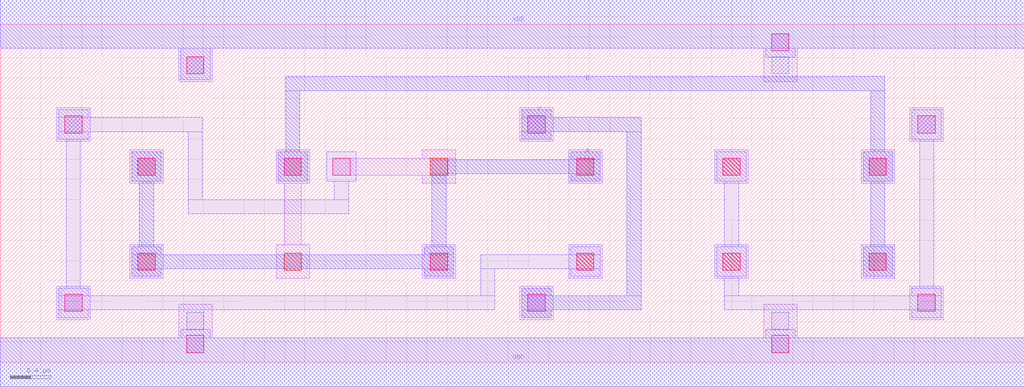
<source format=lef>
MACRO XOR2X1
 CLASS CORE ;
 FOREIGN XOR2X1 0 0 ;
 SIZE 10.08 BY 3.33 ;
 ORIGIN 0 0 ;
 SYMMETRY X Y R90 ;
 SITE unit ;
  PIN VDD
   DIRECTION INOUT ;
   USE POWER ;
   SHAPE ABUTMENT ;
    PORT
     CLASS CORE ;
       LAYER met1 ;
        RECT 0.00000000 3.09000000 10.08000000 3.57000000 ;
    END
  END VDD

  PIN GND
   DIRECTION INOUT ;
   USE POWER ;
   SHAPE ABUTMENT ;
    PORT
     CLASS CORE ;
       LAYER met1 ;
        RECT 0.00000000 -0.24000000 10.08000000 0.24000000 ;
    END
  END GND

  PIN Y
   DIRECTION INOUT ;
   USE SIGNAL ;
   SHAPE ABUTMENT ;
    PORT
     CLASS CORE ;
       LAYER met1 ;
        RECT 5.13500000 0.44000000 5.42500000 0.51500000 ;
        RECT 5.13500000 0.51500000 6.31000000 0.65500000 ;
        RECT 5.13500000 0.65500000 5.42500000 0.73000000 ;
        RECT 5.13500000 2.19500000 5.42500000 2.27000000 ;
        RECT 6.17000000 0.65500000 6.31000000 2.27000000 ;
        RECT 5.13500000 2.27000000 6.31000000 2.41000000 ;
        RECT 5.13500000 2.41000000 5.42500000 2.48500000 ;
    END
  END Y

  PIN A
   DIRECTION INOUT ;
   USE SIGNAL ;
   SHAPE ABUTMENT ;
    PORT
     CLASS CORE ;
       LAYER met1 ;
        RECT 1.29500000 0.84500000 1.58500000 0.92000000 ;
        RECT 4.17500000 0.84500000 4.46500000 0.92000000 ;
        RECT 1.29500000 0.92000000 4.46500000 1.06000000 ;
        RECT 1.29500000 1.06000000 1.58500000 1.13500000 ;
        RECT 4.17500000 1.06000000 4.46500000 1.13500000 ;
        RECT 1.37000000 1.13500000 1.51000000 1.78000000 ;
        RECT 4.25000000 1.13500000 4.39000000 1.85500000 ;
        RECT 5.61500000 1.78000000 5.90500000 1.85500000 ;
        RECT 4.25000000 1.85500000 5.90500000 1.99500000 ;
        RECT 1.29500000 1.78000000 1.58500000 2.07000000 ;
        RECT 5.61500000 1.99500000 5.90500000 2.07000000 ;
    END
  END A

  PIN B
   DIRECTION INOUT ;
   USE SIGNAL ;
   SHAPE ABUTMENT ;
    PORT
     CLASS CORE ;
       LAYER met1 ;
        RECT 8.49500000 0.84500000 8.78500000 1.13500000 ;
        RECT 8.57000000 1.13500000 8.71000000 1.78000000 ;
        RECT 2.73500000 1.78000000 3.02500000 2.07000000 ;
        RECT 8.49500000 1.78000000 8.78500000 2.07000000 ;
        RECT 2.81000000 2.07000000 2.95000000 2.67500000 ;
        RECT 8.57000000 2.07000000 8.71000000 2.67500000 ;
        RECT 2.81000000 2.67500000 8.71000000 2.81500000 ;
    END
  END B

 OBS
    LAYER polycont ;
     RECT 1.35500000 0.90500000 1.52500000 1.07500000 ;
     RECT 2.79500000 0.90500000 2.96500000 1.07500000 ;
     RECT 4.23500000 0.90500000 4.40500000 1.07500000 ;
     RECT 5.67500000 0.90500000 5.84500000 1.07500000 ;
     RECT 7.11500000 0.90500000 7.28500000 1.07500000 ;
     RECT 8.55500000 0.90500000 8.72500000 1.07500000 ;
     RECT 1.35500000 1.84000000 1.52500000 2.01000000 ;
     RECT 2.79500000 1.84000000 2.96500000 2.01000000 ;
     RECT 4.23500000 1.84000000 4.40500000 2.01000000 ;
     RECT 5.67500000 1.84000000 5.84500000 2.01000000 ;
     RECT 7.11500000 1.84000000 7.28500000 2.01000000 ;
     RECT 8.55500000 1.84000000 8.72500000 2.01000000 ;

    LAYER pdiffc ;
     RECT 0.63500000 2.25500000 0.80500000 2.42500000 ;
     RECT 5.19500000 2.25500000 5.36500000 2.42500000 ;
     RECT 9.03500000 2.25500000 9.20500000 2.42500000 ;
     RECT 1.83500000 2.84000000 2.00500000 3.01000000 ;
     RECT 7.59500000 2.84000000 7.76500000 3.01000000 ;

    LAYER ndiffc ;
     RECT 1.83500000 0.32000000 2.00500000 0.49000000 ;
     RECT 7.59500000 0.32000000 7.76500000 0.49000000 ;
     RECT 0.63500000 0.50000000 0.80500000 0.67000000 ;
     RECT 5.19500000 0.50000000 5.36500000 0.67000000 ;
     RECT 9.03500000 0.50000000 9.20500000 0.67000000 ;

    LAYER li1 ;
     RECT 1.83500000 0.09500000 2.00500000 0.24000000 ;
     RECT 1.75500000 0.24000000 2.08500000 0.57000000 ;
     RECT 7.59500000 0.09500000 7.76500000 0.24000000 ;
     RECT 7.51500000 0.24000000 7.84500000 0.57000000 ;
     RECT 0.55500000 0.42000000 0.88500000 0.75000000 ;
     RECT 5.11500000 0.42000000 5.44500000 0.75000000 ;
     RECT 8.95500000 0.42000000 9.28500000 0.75000000 ;
     RECT 1.27500000 0.82500000 1.60500000 1.15500000 ;
     RECT 4.15500000 0.82500000 4.48500000 1.15500000 ;
     RECT 5.59500000 0.82500000 5.92500000 1.15500000 ;
     RECT 7.03500000 0.82500000 7.36500000 1.15500000 ;
     RECT 8.47500000 0.82500000 8.80500000 1.15500000 ;
     RECT 1.27500000 1.76000000 1.60500000 2.09000000 ;
     RECT 2.71500000 0.82500000 3.04500000 1.15500000 ;
     RECT 2.79500000 1.15500000 2.96500000 1.76000000 ;
     RECT 2.71500000 1.76000000 3.04500000 2.09000000 ;
     RECT 4.15500000 1.76000000 4.48500000 1.84000000 ;
     RECT 3.27500000 1.84000000 4.48500000 2.01000000 ;
     RECT 4.15500000 2.01000000 4.48500000 2.09000000 ;
     RECT 5.59500000 1.76000000 5.92500000 2.09000000 ;
     RECT 7.03500000 1.76000000 7.36500000 2.09000000 ;
     RECT 8.47500000 1.76000000 8.80500000 2.09000000 ;
     RECT 0.55500000 2.17500000 0.88500000 2.50500000 ;
     RECT 5.11500000 2.17500000 5.44500000 2.50500000 ;
     RECT 8.95500000 2.17500000 9.28500000 2.50500000 ;
     RECT 1.75500000 2.76000000 2.08500000 3.09000000 ;
     RECT 7.51500000 2.76000000 7.84500000 3.09000000 ;
     RECT 7.59500000 3.09000000 7.76500000 3.23500000 ;

    LAYER viali ;
     RECT 1.83500000 0.09500000 2.00500000 0.26500000 ;
     RECT 7.59500000 0.09500000 7.76500000 0.26500000 ;
     RECT 0.63500000 0.50000000 0.80500000 0.67000000 ;
     RECT 5.19500000 0.50000000 5.36500000 0.67000000 ;
     RECT 9.03500000 0.50000000 9.20500000 0.67000000 ;
     RECT 1.35500000 0.90500000 1.52500000 1.07500000 ;
     RECT 4.23500000 0.90500000 4.40500000 1.07500000 ;
     RECT 5.67500000 0.90500000 5.84500000 1.07500000 ;
     RECT 7.11500000 0.90500000 7.28500000 1.07500000 ;
     RECT 8.55500000 0.90500000 8.72500000 1.07500000 ;
     RECT 1.35500000 1.84000000 1.52500000 2.01000000 ;
     RECT 2.79500000 1.84000000 2.96500000 2.01000000 ;
     RECT 3.27500000 1.84000000 3.44500000 2.01000000 ;
     RECT 5.67500000 1.84000000 5.84500000 2.01000000 ;
     RECT 7.11500000 1.84000000 7.28500000 2.01000000 ;
     RECT 8.55500000 1.84000000 8.72500000 2.01000000 ;
     RECT 0.63500000 2.25500000 0.80500000 2.42500000 ;
     RECT 5.19500000 2.25500000 5.36500000 2.42500000 ;
     RECT 9.03500000 2.25500000 9.20500000 2.42500000 ;
     RECT 1.83500000 2.84000000 2.00500000 3.01000000 ;
     RECT 7.59500000 3.06500000 7.76500000 3.23500000 ;

    LAYER met1 ;
     RECT 0.00000000 -0.24000000 10.08000000 0.24000000 ;
     RECT 1.77500000 0.24000000 2.06500000 0.32500000 ;
     RECT 7.53500000 0.24000000 7.82500000 0.32500000 ;
     RECT 1.29500000 0.84500000 1.58500000 0.92000000 ;
     RECT 4.17500000 0.84500000 4.46500000 0.92000000 ;
     RECT 1.29500000 0.92000000 4.46500000 1.06000000 ;
     RECT 1.29500000 1.06000000 1.58500000 1.13500000 ;
     RECT 4.17500000 1.06000000 4.46500000 1.13500000 ;
     RECT 1.37000000 1.13500000 1.51000000 1.78000000 ;
     RECT 4.25000000 1.13500000 4.39000000 1.85500000 ;
     RECT 5.61500000 1.78000000 5.90500000 1.85500000 ;
     RECT 4.25000000 1.85500000 5.90500000 1.99500000 ;
     RECT 1.29500000 1.78000000 1.58500000 2.07000000 ;
     RECT 5.61500000 1.99500000 5.90500000 2.07000000 ;
     RECT 0.57500000 0.44000000 0.86500000 0.51500000 ;
     RECT 0.57500000 0.51500000 4.87000000 0.65500000 ;
     RECT 0.57500000 0.65500000 0.86500000 0.73000000 ;
     RECT 4.73000000 0.65500000 4.87000000 0.92000000 ;
     RECT 5.61500000 0.84500000 5.90500000 0.92000000 ;
     RECT 4.73000000 0.92000000 5.90500000 1.06000000 ;
     RECT 5.61500000 1.06000000 5.90500000 1.13500000 ;
     RECT 1.85000000 1.46000000 3.43000000 1.60000000 ;
     RECT 3.29000000 1.60000000 3.43000000 1.78000000 ;
     RECT 3.21500000 1.78000000 3.50500000 2.07000000 ;
     RECT 0.65000000 0.73000000 0.79000000 2.19500000 ;
     RECT 0.57500000 2.19500000 0.86500000 2.27000000 ;
     RECT 1.85000000 1.60000000 1.99000000 2.27000000 ;
     RECT 0.57500000 2.27000000 1.99000000 2.41000000 ;
     RECT 0.57500000 2.41000000 0.86500000 2.48500000 ;
     RECT 5.13500000 0.44000000 5.42500000 0.51500000 ;
     RECT 5.13500000 0.51500000 6.31000000 0.65500000 ;
     RECT 5.13500000 0.65500000 5.42500000 0.73000000 ;
     RECT 5.13500000 2.19500000 5.42500000 2.27000000 ;
     RECT 6.17000000 0.65500000 6.31000000 2.27000000 ;
     RECT 5.13500000 2.27000000 6.31000000 2.41000000 ;
     RECT 5.13500000 2.41000000 5.42500000 2.48500000 ;
     RECT 8.97500000 0.44000000 9.26500000 0.51500000 ;
     RECT 7.13000000 0.51500000 9.26500000 0.65500000 ;
     RECT 8.97500000 0.65500000 9.26500000 0.73000000 ;
     RECT 7.13000000 0.65500000 7.27000000 0.84500000 ;
     RECT 7.05500000 0.84500000 7.34500000 1.13500000 ;
     RECT 7.13000000 1.13500000 7.27000000 1.78000000 ;
     RECT 7.05500000 1.78000000 7.34500000 2.07000000 ;
     RECT 9.05000000 0.73000000 9.19000000 2.19500000 ;
     RECT 8.97500000 2.19500000 9.26500000 2.48500000 ;
     RECT 8.49500000 0.84500000 8.78500000 1.13500000 ;
     RECT 8.57000000 1.13500000 8.71000000 1.78000000 ;
     RECT 2.73500000 1.78000000 3.02500000 2.07000000 ;
     RECT 8.49500000 1.78000000 8.78500000 2.07000000 ;
     RECT 2.81000000 2.07000000 2.95000000 2.67500000 ;
     RECT 8.57000000 2.07000000 8.71000000 2.67500000 ;
     RECT 2.81000000 2.67500000 8.71000000 2.81500000 ;
     RECT 1.77500000 2.78000000 2.06500000 3.09000000 ;
     RECT 7.53500000 3.00500000 7.82500000 3.09000000 ;
     RECT 0.00000000 3.09000000 10.08000000 3.57000000 ;

 END
END XOR2X1

</source>
